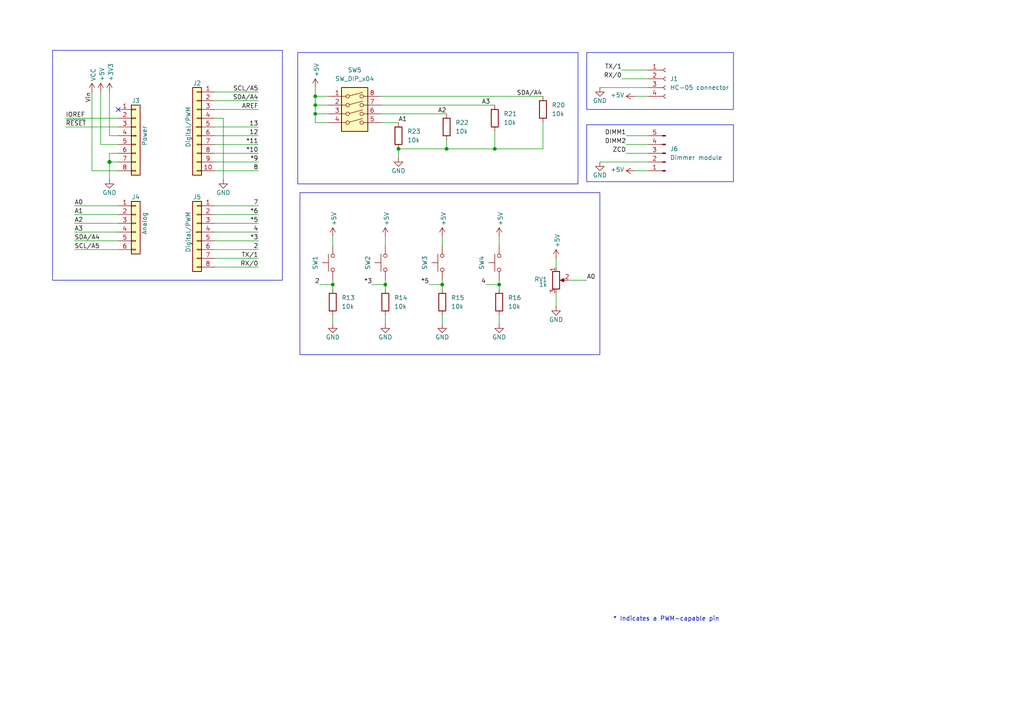
<source format=kicad_sch>
(kicad_sch (version 20250114) (generator "eeschema") (generator_version "9.0")
  (paper "A4")
  (title_block (date "mar. 31 mars 2015"))
  (lib_symbols
    (symbol "Connector:Conn_01x04_Socket" (pin_names (offset 1.016) (hide yes))
      (property "Reference" "J" (at 0 5.08 0))
      (property "Value" "Conn_01x04_Socket" (at 0 -7.62 0))
      (symbol "Conn_01x04_Socket_1_1"
        (polyline (pts (xy -1.27 2.54) (xy -0.508 2.54)) (stroke (width 0.1524)))
        (polyline (pts (xy -1.27 0) (xy -0.508 0)) (stroke (width 0.1524)))
        (polyline (pts (xy -1.27 -2.54) (xy -0.508 -2.54)) (stroke (width 0.1524)))
        (polyline (pts (xy -1.27 -5.08) (xy -0.508 -5.08)) (stroke (width 0.1524)))
        (arc (start 0 2.032) (mid -0.5058 2.54) (end 0 3.048) (stroke (width 0.1524)))
        (arc (start 0 -0.508) (mid -0.5058 0) (end 0 0.508) (stroke (width 0.1524)))
        (arc (start 0 -3.048) (mid -0.5058 -2.54) (end 0 -2.032) (stroke (width 0.1524)))
        (arc (start 0 -5.588) (mid -0.5058 -5.08) (end 0 -4.572) (stroke (width 0.1524)))
        (pin passive line (at -5.08 2.54 0) (length 3.81) (name "Pin_1") (number "1"))
        (pin passive line (at -5.08 0 0) (length 3.81) (name "Pin_2") (number "2"))
        (pin passive line (at -5.08 -2.54 0) (length 3.81) (name "Pin_3") (number "3"))
        (pin passive line (at -5.08 -5.08 0) (length 3.81) (name "Pin_4") (number "4"))
      )
    )
    (symbol "Connector:Conn_01x05_Pin" (pin_names (offset 1.016) (hide yes))
      (property "Reference" "J" (at 0 7.62 0))
      (property "Value" "Conn_01x05_Pin" (at 0 -7.62 0))
      (symbol "Conn_01x05_Pin_1_1"
        (rectangle (start 0.8636 5.207) (end 0 4.953) (stroke (width 0.1524)) (fill (type outline)))
        (rectangle (start 0.8636 2.667) (end 0 2.413) (stroke (width 0.1524)) (fill (type outline)))
        (rectangle (start 0.8636 0.127) (end 0 -0.127) (stroke (width 0.1524)) (fill (type outline)))
        (rectangle (start 0.8636 -2.413) (end 0 -2.667) (stroke (width 0.1524)) (fill (type outline)))
        (rectangle (start 0.8636 -4.953) (end 0 -5.207) (stroke (width 0.1524)) (fill (type outline)))
        (polyline (pts (xy 1.27 5.08) (xy 0.8636 5.08)) (stroke (width 0.1524)))
        (polyline (pts (xy 1.27 2.54) (xy 0.8636 2.54)) (stroke (width 0.1524)))
        (polyline (pts (xy 1.27 0) (xy 0.8636 0)) (stroke (width 0.1524)))
        (polyline (pts (xy 1.27 -2.54) (xy 0.8636 -2.54)) (stroke (width 0.1524)))
        (polyline (pts (xy 1.27 -5.08) (xy 0.8636 -5.08)) (stroke (width 0.1524)))
        (pin passive line (at 5.08 5.08 180) (length 3.81) (name "Pin_1") (number "1"))
        (pin passive line (at 5.08 2.54 180) (length 3.81) (name "Pin_2") (number "2"))
        (pin passive line (at 5.08 0 180) (length 3.81) (name "Pin_3") (number "3"))
        (pin passive line (at 5.08 -2.54 180) (length 3.81) (name "Pin_4") (number "4"))
        (pin passive line (at 5.08 -5.08 180) (length 3.81) (name "Pin_5") (number "5"))
      )
    )
    (symbol "Connector_Generic:Conn_01x06" (pin_names (offset 1.016) (hide yes))
      (property "Reference" "J" (at 0 7.62 0))
      (property "Value" "Conn_01x06" (at 0 -10.16 0))
      (symbol "Conn_01x06_1_1"
        (rectangle (start -1.27 6.35) (end 1.27 -8.89) (stroke (width 0.254)) (fill (type background)))
        (rectangle (start -1.27 5.207) (end 0 4.953) (stroke (width 0.1524)))
        (rectangle (start -1.27 2.667) (end 0 2.413) (stroke (width 0.1524)))
        (rectangle (start -1.27 0.127) (end 0 -0.127) (stroke (width 0.1524)))
        (rectangle (start -1.27 -2.413) (end 0 -2.667) (stroke (width 0.1524)))
        (rectangle (start -1.27 -4.953) (end 0 -5.207) (stroke (width 0.1524)))
        (rectangle (start -1.27 -7.493) (end 0 -7.747) (stroke (width 0.1524)))
        (pin passive line (at -5.08 5.08 0) (length 3.81) (name "Pin_1") (number "1"))
        (pin passive line (at -5.08 2.54 0) (length 3.81) (name "Pin_2") (number "2"))
        (pin passive line (at -5.08 0 0) (length 3.81) (name "Pin_3") (number "3"))
        (pin passive line (at -5.08 -2.54 0) (length 3.81) (name "Pin_4") (number "4"))
        (pin passive line (at -5.08 -5.08 0) (length 3.81) (name "Pin_5") (number "5"))
        (pin passive line (at -5.08 -7.62 0) (length 3.81) (name "Pin_6") (number "6"))
      )
    )
    (symbol "Connector_Generic:Conn_01x08" (pin_names (offset 1.016) (hide yes))
      (property "Reference" "J" (at 0 10.16 0))
      (property "Value" "Conn_01x08" (at 0 -12.7 0))
      (symbol "Conn_01x08_1_1"
        (rectangle (start -1.27 8.89) (end 1.27 -11.43) (stroke (width 0.254)) (fill (type background)))
        (rectangle (start -1.27 7.747) (end 0 7.493) (stroke (width 0.1524)))
        (rectangle (start -1.27 5.207) (end 0 4.953) (stroke (width 0.1524)))
        (rectangle (start -1.27 2.667) (end 0 2.413) (stroke (width 0.1524)))
        (rectangle (start -1.27 0.127) (end 0 -0.127) (stroke (width 0.1524)))
        (rectangle (start -1.27 -2.413) (end 0 -2.667) (stroke (width 0.1524)))
        (rectangle (start -1.27 -4.953) (end 0 -5.207) (stroke (width 0.1524)))
        (rectangle (start -1.27 -7.493) (end 0 -7.747) (stroke (width 0.1524)))
        (rectangle (start -1.27 -10.033) (end 0 -10.287) (stroke (width 0.1524)))
        (pin passive line (at -5.08 7.62 0) (length 3.81) (name "Pin_1") (number "1"))
        (pin passive line (at -5.08 5.08 0) (length 3.81) (name "Pin_2") (number "2"))
        (pin passive line (at -5.08 2.54 0) (length 3.81) (name "Pin_3") (number "3"))
        (pin passive line (at -5.08 0 0) (length 3.81) (name "Pin_4") (number "4"))
        (pin passive line (at -5.08 -2.54 0) (length 3.81) (name "Pin_5") (number "5"))
        (pin passive line (at -5.08 -5.08 0) (length 3.81) (name "Pin_6") (number "6"))
        (pin passive line (at -5.08 -7.62 0) (length 3.81) (name "Pin_7") (number "7"))
        (pin passive line (at -5.08 -10.16 0) (length 3.81) (name "Pin_8") (number "8"))
      )
    )
    (symbol "Connector_Generic:Conn_01x10" (pin_names (offset 1.016) (hide yes))
      (property "Reference" "J" (at 0 12.7 0))
      (property "Value" "Conn_01x10" (at 0 -15.24 0))
      (symbol "Conn_01x10_1_1"
        (rectangle (start -1.27 11.43) (end 1.27 -13.97) (stroke (width 0.254)) (fill (type background)))
        (rectangle (start -1.27 10.287) (end 0 10.033) (stroke (width 0.1524)))
        (rectangle (start -1.27 7.747) (end 0 7.493) (stroke (width 0.1524)))
        (rectangle (start -1.27 5.207) (end 0 4.953) (stroke (width 0.1524)))
        (rectangle (start -1.27 2.667) (end 0 2.413) (stroke (width 0.1524)))
        (rectangle (start -1.27 0.127) (end 0 -0.127) (stroke (width 0.1524)))
        (rectangle (start -1.27 -2.413) (end 0 -2.667) (stroke (width 0.1524)))
        (rectangle (start -1.27 -4.953) (end 0 -5.207) (stroke (width 0.1524)))
        (rectangle (start -1.27 -7.493) (end 0 -7.747) (stroke (width 0.1524)))
        (rectangle (start -1.27 -10.033) (end 0 -10.287) (stroke (width 0.1524)))
        (rectangle (start -1.27 -12.573) (end 0 -12.827) (stroke (width 0.1524)))
        (pin passive line (at -5.08 10.16 0) (length 3.81) (name "Pin_1") (number "1"))
        (pin passive line (at -5.08 7.62 0) (length 3.81) (name "Pin_2") (number "2"))
        (pin passive line (at -5.08 5.08 0) (length 3.81) (name "Pin_3") (number "3"))
        (pin passive line (at -5.08 2.54 0) (length 3.81) (name "Pin_4") (number "4"))
        (pin passive line (at -5.08 0 0) (length 3.81) (name "Pin_5") (number "5"))
        (pin passive line (at -5.08 -2.54 0) (length 3.81) (name "Pin_6") (number "6"))
        (pin passive line (at -5.08 -5.08 0) (length 3.81) (name "Pin_7") (number "7"))
        (pin passive line (at -5.08 -7.62 0) (length 3.81) (name "Pin_8") (number "8"))
        (pin passive line (at -5.08 -10.16 0) (length 3.81) (name "Pin_9") (number "9"))
        (pin passive line (at -5.08 -12.7 0) (length 3.81) (name "Pin_10") (number "10"))
      )
    )
    (symbol "Device:R" (pin_numbers (hide yes)) (pin_names (offset 0))
      (property "Reference" "R" (at 2.032 0 90))
      (property "Value" "R" (at 0 0 90))
      (symbol "R_0_1"
        (rectangle (start -1.016 -2.54) (end 1.016 2.54) (stroke (width 0.254)))
      )
      (symbol "R_1_1"
        (pin passive line (at 0 3.81 270) (length 1.27) (name "~") (number "1"))
        (pin passive line (at 0 -3.81 90) (length 1.27) (name "~") (number "2"))
      )
    )
    (symbol "Device:R_Potentiometer" (pin_names (offset 1.016) (hide yes))
      (property "Reference" "RV" (at -4.445 0 90))
      (property "Value" "R_Potentiometer" (at -2.54 0 90))
      (symbol "R_Potentiometer_0_1"
        (rectangle (start 1.016 2.54) (end -1.016 -2.54) (stroke (width 0.254)))
        (polyline (pts (xy 1.143 0) (xy 2.286 0.508) (xy 2.286 -0.508) (xy 1.143 0)) (fill (type outline)))
        (polyline (pts (xy 2.54 0) (xy 1.524 0)))
      )
      (symbol "R_Potentiometer_1_1"
        (pin passive line (at 0 3.81 270) (length 1.27) (name "1") (number "1"))
        (pin passive line (at 0 -3.81 90) (length 1.27) (name "3") (number "3"))
        (pin passive line (at 3.81 0 180) (length 1.27) (name "2") (number "2"))
      )
    )
    (symbol "Switch:SW_DIP_x04" (pin_names (offset 0) (hide yes))
      (property "Reference" "SW" (at 0 8.89 0))
      (property "Value" "SW_DIP_x04" (at 0 -6.35 0))
      (symbol "SW_DIP_x04_0_0"
        (circle (center -2.032 5.08) (radius 0.508))
        (circle (center -2.032 2.54) (radius 0.508))
        (circle (center -2.032 0) (radius 0.508))
        (circle (center -2.032 -2.54) (radius 0.508))
        (polyline (pts (xy -1.524 5.207) (xy 2.3622 6.2484)))
        (polyline (pts (xy -1.524 2.667) (xy 2.3622 3.7084)))
        (polyline (pts (xy -1.524 0.127) (xy 2.3622 1.1684)))
        (polyline (pts (xy -1.524 -2.3876) (xy 2.3622 -1.3462)))
        (circle (center 2.032 5.08) (radius 0.508))
        (circle (center 2.032 2.54) (radius 0.508))
        (circle (center 2.032 0) (radius 0.508))
        (circle (center 2.032 -2.54) (radius 0.508))
      )
      (symbol "SW_DIP_x04_0_1"
        (rectangle (start -3.81 7.62) (end 3.81 -5.08) (stroke (width 0.254)) (fill (type background)))
      )
      (symbol "SW_DIP_x04_1_1"
        (pin passive line (at -7.62 5.08 0) (length 5.08) (name "~") (number "1"))
        (pin passive line (at -7.62 2.54 0) (length 5.08) (name "~") (number "2"))
        (pin passive line (at -7.62 0 0) (length 5.08) (name "~") (number "3"))
        (pin passive line (at -7.62 -2.54 0) (length 5.08) (name "~") (number "4"))
        (pin passive line (at 7.62 5.08 180) (length 5.08) (name "~") (number "8"))
        (pin passive line (at 7.62 2.54 180) (length 5.08) (name "~") (number "7"))
        (pin passive line (at 7.62 0 180) (length 5.08) (name "~") (number "6"))
        (pin passive line (at 7.62 -2.54 180) (length 5.08) (name "~") (number "5"))
      )
    )
    (symbol "Switch:SW_Push" (pin_numbers (hide yes)) (pin_names (offset 1.016) (hide yes))
      (property "Reference" "SW" (at 1.27 2.54 0))
      (property "Value" "SW_Push" (at 0 -1.524 0))
      (symbol "SW_Push_0_1"
        (circle (center -2.032 0) (radius 0.508))
        (polyline (pts (xy 0 1.27) (xy 0 3.048)))
        (circle (center 2.032 0) (radius 0.508))
        (polyline (pts (xy 2.54 1.27) (xy -2.54 1.27)))
        (pin passive line (at -5.08 0 0) (length 2.54) (name "1") (number "1"))
        (pin passive line (at 5.08 0 180) (length 2.54) (name "2") (number "2"))
      )
    )
    (symbol "power:+3V3" (power) (pin_numbers (hide yes)) (pin_names (offset 0) (hide yes))
      (property "Value" "+3V3" (at 0 3.556 0))
      (symbol "+3V3_0_1"
        (polyline (pts (xy -0.762 1.27) (xy 0 2.54)))
        (polyline (pts (xy 0 2.54) (xy 0.762 1.27)))
        (polyline (pts (xy 0 0) (xy 0 2.54)))
      )
      (symbol "+3V3_1_1"
        (pin power_in line (at 0 0 90) (length 0) (name "~") (number "1"))
      )
    )
    (symbol "power:+5V" (power) (pin_numbers (hide yes)) (pin_names (offset 0) (hide yes))
      (property "Value" "+5V" (at 0 3.556 0))
      (symbol "+5V_0_1"
        (polyline (pts (xy -0.762 1.27) (xy 0 2.54)))
        (polyline (pts (xy 0 2.54) (xy 0.762 1.27)))
        (polyline (pts (xy 0 0) (xy 0 2.54)))
      )
      (symbol "+5V_1_1"
        (pin power_in line (at 0 0 90) (length 0) (name "~") (number "1"))
      )
    )
    (symbol "power:GND" (power) (pin_numbers (hide yes)) (pin_names (offset 0) (hide yes))
      (property "Value" "GND" (at 0 -3.81 0))
      (symbol "GND_0_1"
        (polyline (pts (xy 0 0) (xy 0 -1.27) (xy 1.27 -1.27) (xy 0 -2.54) (xy -1.27 -1.27) (xy 0 -1.27)))
      )
      (symbol "GND_1_1"
        (pin power_in line (at 0 0 270) (length 0) (name "~") (number "1"))
      )
    )
    (symbol "power:VCC" (power) (pin_numbers (hide yes)) (pin_names (offset 0) (hide yes))
      (property "Value" "VCC" (at 0 3.556 0))
      (symbol "VCC_0_1"
        (polyline (pts (xy -0.762 1.27) (xy 0 2.54)))
        (polyline (pts (xy 0 2.54) (xy 0.762 1.27)))
        (polyline (pts (xy 0 0) (xy 0 2.54)))
      )
      (symbol "VCC_1_1"
        (pin power_in line (at 0 0 90) (length 0) (name "~") (number "1"))
      )
    )
  )
  (rectangle (start 170.18 36.195) (end 212.725 52.705))
  (rectangle (start 15.24 14.605) (end 81.915 81.28))
  (rectangle (start 86.995 55.88) (end 173.99 102.87))
  (rectangle (start 170.18 15.24) (end 212.725 31.75))
  (rectangle (start 86.36 15.24) (end 167.64 53.34))
  (text "* Indicates a PWM-capable pin" (at 177.8 180.34 0) (effects (font (size 1.27 1.27)) (justify left bottom)))
  (junction (at 144.78 82.55))
  (junction (at 143.51 43.18))
  (junction (at 96.52 82.55))
  (junction (at 31.75 46.99) (diameter 1.016))
  (junction (at 91.44 30.48))
  (junction (at 129.54 43.18))
  (junction (at 91.44 33.02))
  (junction (at 111.76 82.55))
  (junction (at 91.44 27.94))
  (junction (at 115.57 43.18))
  (junction (at 128.27 82.55))
  (no_connect (at 34.29 31.75))
  (wire (pts (xy 62.23 77.47) (xy 74.93 77.47)))
  (wire (pts (xy 144.78 91.44) (xy 144.78 93.98)))
  (wire (pts (xy 91.44 35.56) (xy 91.44 33.02)))
  (wire (pts (xy 62.23 44.45) (xy 74.93 44.45)))
  (wire (pts (xy 95.25 27.94) (xy 91.44 27.94)))
  (wire (pts (xy 62.23 26.67) (xy 74.93 26.67)))
  (wire (pts (xy 110.49 35.56) (xy 115.57 35.56)))
  (wire (pts (xy 110.49 33.02) (xy 129.54 33.02)))
  (wire (pts (xy 31.75 44.45) (xy 31.75 46.99)))
  (wire (pts (xy 21.59 72.39) (xy 34.29 72.39)))
  (wire (pts (xy 107.95 82.55) (xy 111.76 82.55)))
  (wire (pts (xy 128.27 82.55) (xy 128.27 83.82)))
  (wire (pts (xy 128.27 91.44) (xy 128.27 93.98)))
  (wire (pts (xy 31.75 46.99) (xy 31.75 52.07)))
  (wire (pts (xy 31.75 39.37) (xy 34.29 39.37)))
  (wire (pts (xy 29.21 41.91) (xy 34.29 41.91)))
  (wire (pts (xy 29.21 26.67) (xy 29.21 41.91)))
  (wire (pts (xy 96.52 82.55) (xy 96.52 83.82)))
  (wire (pts (xy 129.54 43.18) (xy 143.51 43.18)))
  (wire (pts (xy 91.44 27.94) (xy 91.44 25.4)))
  (wire (pts (xy 62.23 36.83) (xy 74.93 36.83)))
  (wire (pts (xy 31.75 26.67) (xy 31.75 39.37)))
  (wire (pts (xy 62.23 59.69) (xy 74.93 59.69)))
  (wire (pts (xy 34.29 59.69) (xy 21.59 59.69)))
  (wire (pts (xy 62.23 39.37) (xy 74.93 39.37)))
  (wire (pts (xy 129.54 40.64) (xy 129.54 43.18)))
  (wire (pts (xy 62.23 62.23) (xy 74.93 62.23)))
  (wire (pts (xy 115.57 43.18) (xy 115.57 45.72)))
  (wire (pts (xy 92.71 82.55) (xy 96.52 82.55)))
  (wire (pts (xy 96.52 91.44) (xy 96.52 93.98)))
  (wire (pts (xy 95.25 30.48) (xy 91.44 30.48)))
  (wire (pts (xy 111.76 68.58) (xy 111.76 71.12)))
  (wire (pts (xy 96.52 68.58) (xy 96.52 71.12)))
  (wire (pts (xy 157.48 43.18) (xy 157.48 35.56)))
  (wire (pts (xy 173.99 25.4) (xy 187.96 25.4)))
  (wire (pts (xy 128.27 81.28) (xy 128.27 82.55)))
  (wire (pts (xy 62.23 46.99) (xy 74.93 46.99)))
  (wire (pts (xy 140.97 82.55) (xy 144.78 82.55)))
  (wire (pts (xy 110.49 27.94) (xy 157.48 27.94)))
  (wire (pts (xy 95.25 33.02) (xy 91.44 33.02)))
  (wire (pts (xy 62.23 67.31) (xy 74.93 67.31)))
  (wire (pts (xy 181.61 39.37) (xy 187.96 39.37)))
  (wire (pts (xy 144.78 81.28) (xy 144.78 82.55)))
  (wire (pts (xy 19.05 34.29) (xy 34.29 34.29)))
  (wire (pts (xy 124.46 82.55) (xy 128.27 82.55)))
  (wire (pts (xy 161.29 74.93) (xy 161.29 77.47)))
  (wire (pts (xy 64.77 34.29) (xy 64.77 52.07)))
  (wire (pts (xy 144.78 68.58) (xy 144.78 71.12)))
  (wire (pts (xy 62.23 31.75) (xy 74.93 31.75)))
  (wire (pts (xy 184.15 49.53) (xy 187.96 49.53)))
  (wire (pts (xy 34.29 64.77) (xy 21.59 64.77)))
  (wire (pts (xy 19.05 36.83) (xy 34.29 36.83)))
  (wire (pts (xy 34.29 46.99) (xy 31.75 46.99)))
  (wire (pts (xy 180.34 22.86) (xy 187.96 22.86)))
  (wire (pts (xy 91.44 33.02) (xy 91.44 30.48)))
  (wire (pts (xy 34.29 49.53) (xy 26.67 49.53)))
  (wire (pts (xy 143.51 43.18) (xy 157.48 43.18)))
  (wire (pts (xy 128.27 68.58) (xy 128.27 71.12)))
  (wire (pts (xy 21.59 62.23) (xy 34.29 62.23)))
  (wire (pts (xy 96.52 81.28) (xy 96.52 82.55)))
  (wire (pts (xy 181.61 41.91) (xy 187.96 41.91)))
  (wire (pts (xy 180.34 20.32) (xy 187.96 20.32)))
  (wire (pts (xy 181.61 44.45) (xy 187.96 44.45)))
  (wire (pts (xy 62.23 34.29) (xy 64.77 34.29)))
  (wire (pts (xy 91.44 30.48) (xy 91.44 27.94)))
  (wire (pts (xy 34.29 44.45) (xy 31.75 44.45)))
  (wire (pts (xy 144.78 82.55) (xy 144.78 83.82)))
  (wire (pts (xy 111.76 81.28) (xy 111.76 82.55)))
  (wire (pts (xy 62.23 41.91) (xy 74.93 41.91)))
  (wire (pts (xy 184.15 27.94) (xy 187.96 27.94)))
  (wire (pts (xy 95.25 35.56) (xy 91.44 35.56)))
  (wire (pts (xy 62.23 64.77) (xy 74.93 64.77)))
  (wire (pts (xy 115.57 43.18) (xy 129.54 43.18)))
  (wire (pts (xy 21.59 67.31) (xy 34.29 67.31)))
  (wire (pts (xy 110.49 30.48) (xy 143.51 30.48)))
  (wire (pts (xy 165.1 81.28) (xy 170.18 81.28)))
  (wire (pts (xy 62.23 29.21) (xy 74.93 29.21)))
  (wire (pts (xy 173.99 46.99) (xy 187.96 46.99)))
  (wire (pts (xy 62.23 72.39) (xy 74.93 72.39)))
  (wire (pts (xy 62.23 69.85) (xy 74.93 69.85)))
  (wire (pts (xy 143.51 38.1) (xy 143.51 43.18)))
  (wire (pts (xy 111.76 91.44) (xy 111.76 93.98)))
  (wire (pts (xy 111.76 82.55) (xy 111.76 83.82)))
  (wire (pts (xy 62.23 74.93) (xy 74.93 74.93)))
  (wire (pts (xy 26.67 49.53) (xy 26.67 26.67)))
  (wire (pts (xy 161.29 85.09) (xy 161.29 88.9)))
  (wire (pts (xy 34.29 69.85) (xy 21.59 69.85)))
  (wire (pts (xy 62.23 49.53) (xy 74.93 49.53)))
  (label "A1" (at 115.57 35.56 0))
  (label "RX{slash}0" (at 74.93 77.47 180))
  (label "A2" (at 21.59 64.77 0))
  (label "4" (at 74.93 67.31 180))
  (label "ZCD" (at 181.61 44.45 180))
  (label "2" (at 74.93 72.39 180))
  (label "A2" (at 127 33.02 0))
  (label "A3" (at 21.59 67.31 0))
  (label "TX{slash}1" (at 180.34 20.32 180))
  (label "13" (at 74.93 36.83 180))
  (label "A0" (at 170.18 81.28 0))
  (label "12" (at 74.93 39.37 180))
  (label "~{RESET}" (at 19.05 36.83 0))
  (label "*10" (at 74.93 44.45 180))
  (label "RX{slash}0" (at 180.34 22.86 180))
  (label "DIMM2" (at 181.61 41.91 180))
  (label "4" (at 140.97 82.55 180))
  (label "7" (at 74.93 59.69 180))
  (label "SDA{slash}A4" (at 74.93 29.21 180))
  (label "8" (at 74.93 49.53 180))
  (label "*11" (at 74.93 41.91 180))
  (label "*3" (at 74.93 69.85 180))
  (label "*5" (at 124.46 82.55 180))
  (label "A1" (at 21.59 62.23 0))
  (label "TX{slash}1" (at 74.93 74.93 180))
  (label "A3" (at 139.7 30.48 0))
  (label "SDA{slash}A4" (at 149.86 27.94 0))
  (label "A0" (at 21.59 59.69 0))
  (label "AREF" (at 74.93 31.75 180))
  (label "Vin" (at 26.67 26.67 270))
  (label "*6" (at 74.93 62.23 180))
  (label "SCL{slash}A5" (at 74.93 26.67 180))
  (label "*9" (at 74.93 46.99 180))
  (label "2" (at 92.71 82.55 180))
  (label "*5" (at 74.93 64.77 180))
  (label "IOREF" (at 19.05 34.29 0))
  (label "SDA{slash}A4" (at 21.59 69.85 0))
  (label "SCL{slash}A5" (at 21.59 72.39 0))
  (label "*3" (at 107.95 82.55 180))
  (label "DIMM1" (at 181.61 39.37 180))
  (symbol (lib_id "Connector_Generic:Conn_01x08") (at 39.37 39.37 0) (unit 1)
    (property "Reference" "J3" (at 39.37 29.21 0))
    (property "Value" "Power" (at 41.91 39.37 90))
    (property "Footprint" "Connector_PinSocket_2.54mm:PinSocket_1x08_P2.54mm_Vertical" (effects (hide yes)))
    (property "Datasheet" "~" (at 39.37 39.37 0))
    (property "Description" "Generic connector, single row, 01x08, script generated (kicad-library-utils/schlib/autogen/connector/)" (effects (hide yes)))
  )
  (symbol (lib_id "power:+3V3") (at 31.75 26.67 0) (unit 1)
    (property "Reference" "#PWR04" (effects (hide yes)))
    (property "Value" "+3V3" (at 32.131 23.622 90) (effects (justify left)))
    (property "Description" "Power symbol creates a global label with name \"+3V3\"" (effects (hide yes)))
  )
  (symbol (lib_id "power:+5V") (at 29.21 26.67 0) (unit 1)
    (property "Reference" "#PWR03" (effects (hide yes)))
    (property "Value" "+5V" (at 29.5656 23.622 90) (effects (justify left)))
    (property "Description" "Power symbol creates a global label with name \"+5V\"" (effects (hide yes)))
  )
  (symbol (lib_id "power:GND") (at 31.75 52.07 0) (unit 1)
    (property "Reference" "#PWR05" (effects (hide yes)))
    (property "Value" "GND" (at 31.75 55.88 0))
    (property "Description" "Power symbol creates a global label with name \"GND\" , ground" (effects (hide yes)))
  )
  (symbol (lib_id "Connector_Generic:Conn_01x10") (at 57.15 36.83 0) (mirror y) (unit 1)
    (property "Reference" "J2" (at 57.15 24.13 0))
    (property "Value" "Digital/PWM" (at 54.61 36.83 90))
    (property "Footprint" "Connector_PinSocket_2.54mm:PinSocket_1x10_P2.54mm_Vertical" (effects (hide yes)))
    (property "Datasheet" "~" (at 57.15 36.83 0))
    (property "Description" "Generic connector, single row, 01x10, script generated (kicad-library-utils/schlib/autogen/connector/)" (effects (hide yes)))
  )
  (symbol (lib_id "power:GND") (at 64.77 52.07 0) (unit 1)
    (property "Reference" "#PWR06" (effects (hide yes)))
    (property "Value" "GND" (at 64.77 55.88 0))
    (property "Description" "Power symbol creates a global label with name \"GND\" , ground" (effects (hide yes)))
  )
  (symbol (lib_id "Connector_Generic:Conn_01x06") (at 39.37 64.77 0) (unit 1)
    (property "Reference" "J4" (at 39.37 57.15 0))
    (property "Value" "Analog" (at 41.91 64.77 90))
    (property "Footprint" "Connector_PinSocket_2.54mm:PinSocket_1x06_P2.54mm_Vertical" (effects (hide yes)))
    (property "Description" "Generic connector, single row, 01x06, script generated (kicad-library-utils/schlib/autogen/connector/)" (effects (hide yes)))
  )
  (symbol (lib_id "Connector_Generic:Conn_01x08") (at 57.15 67.31 0) (mirror y) (unit 1)
    (property "Reference" "J5" (at 57.15 57.15 0))
    (property "Value" "Digital/PWM" (at 54.61 67.31 90))
    (property "Footprint" "Connector_PinSocket_2.54mm:PinSocket_1x08_P2.54mm_Vertical" (effects (hide yes)))
    (property "Datasheet" "~" (at 57.15 67.31 0))
    (property "Description" "Generic connector, single row, 01x08, script generated (kicad-library-utils/schlib/autogen/connector/)" (effects (hide yes)))
  )
  (symbol (lib_id "power:GND") (at 173.99 46.99 0) (unit 1)
    (property "Reference" "#PWR08" (effects (hide yes)))
    (property "Value" "GND" (at 173.99 50.8 0))
    (property "Description" "Power symbol creates a global label with name \"GND\" , ground" (effects (hide yes)))
  )
  (symbol (lib_id "Switch:SW_Push") (at 96.52 76.2 90) (unit 1)
    (property "Reference" "SW1" (at 91.44 76.2 0))
    (property "Value" "SW_Push" (effects (hide yes)))
    (property "Footprint" "Button_Switch_THT:SW_PUSH_6mm" (effects (hide yes)))
    (property "Description" "Push button switch, generic, two pins" (effects (hide yes)))
  )
  (symbol (lib_id "power:GND") (at 173.99 25.4 0) (unit 1)
    (property "Reference" "#PWR07" (effects (hide yes)))
    (property "Value" "GND" (at 173.99 29.21 0))
    (property "Description" "Power symbol creates a global label with name \"GND\" , ground" (effects (hide yes)))
  )
  (symbol (lib_id "power:+5V") (at 184.15 49.53 90) (unit 1)
    (property "Reference" "#PWR014" (effects (hide yes)))
    (property "Value" "+5V" (at 181.102 49.1744 90) (effects (justify left)))
    (property "Description" "Power symbol creates a global label with name \"+5V\"" (effects (hide yes)))
  )
  (symbol (lib_id "power:GND") (at 161.29 88.9 0) (unit 1)
    (property "Reference" "#PWR015" (effects (hide yes)))
    (property "Value" "GND" (at 161.29 92.71 0))
    (property "Description" "Power symbol creates a global label with name \"GND\" , ground" (effects (hide yes)))
  )
  (symbol (lib_id "Device:R") (at 115.57 39.37 0) (unit 1)
    (property "Reference" "R23" (at 118.11 38.0999 0) (effects (justify left)))
    (property "Value" "10k" (at 118.11 40.6399 0) (effects (justify left)))
    (property "Footprint" "Resistor_THT:R_Axial_DIN0207_L6.3mm_D2.5mm_P7.62mm_Horizontal" (effects (hide yes)))
    (property "Description" "Resistor" (effects (hide yes)))
  )
  (symbol (lib_id "Device:R") (at 96.52 87.63 0) (unit 1)
    (property "Reference" "R13" (at 99.06 86.3599 0) (effects (justify left)))
    (property "Value" "10k" (at 99.06 88.8999 0) (effects (justify left)))
    (property "Footprint" "Resistor_THT:R_Axial_DIN0207_L6.3mm_D2.5mm_P7.62mm_Horizontal" (effects (hide yes)))
    (property "Description" "Resistor" (effects (hide yes)))
  )
  (symbol (lib_id "Device:R_Potentiometer") (at 161.29 81.28 0) (unit 1)
    (property "Reference" "RV1" (at 158.75 81.026 0) (effects (justify right)))
    (property "Value" "1k" (at 158.75 82.5499 0) (effects (justify right)))
    (property "Footprint" "Potentiometer_THT:Potentiometer_Alps_RK163_Single_Horizontal" (effects (hide yes)))
    (property "Description" "Potentiometer" (effects (hide yes)))
  )
  (symbol (lib_id "Device:R") (at 111.76 87.63 0) (unit 1)
    (property "Reference" "R14" (at 114.3 86.3599 0) (effects (justify left)))
    (property "Value" "10k" (at 114.3 88.8999 0) (effects (justify left)))
    (property "Footprint" "Resistor_THT:R_Axial_DIN0207_L6.3mm_D2.5mm_P7.62mm_Horizontal" (effects (hide yes)))
    (property "Description" "Resistor" (effects (hide yes)))
  )
  (symbol (lib_id "Device:R") (at 129.54 36.83 0) (unit 1)
    (property "Reference" "R22" (at 132.08 35.5599 0) (effects (justify left)))
    (property "Value" "10k" (at 132.08 38.0999 0) (effects (justify left)))
    (property "Footprint" "Resistor_THT:R_Axial_DIN0207_L6.3mm_D2.5mm_P7.62mm_Horizontal" (effects (hide yes)))
    (property "Description" "Resistor" (effects (hide yes)))
  )
  (symbol (lib_id "power:VCC") (at 26.67 26.67 0) (unit 1)
    (property "Reference" "#PWR02" (effects (hide yes)))
    (property "Value" "VCC" (at 27.051 23.622 90) (effects (justify left)))
    (property "Description" "Power symbol creates a global label with name \"VCC\"" (effects (hide yes)))
  )
  (symbol (lib_id "Device:R") (at 128.27 87.63 0) (unit 1)
    (property "Reference" "R15" (at 130.81 86.3599 0) (effects (justify left)))
    (property "Value" "10k" (at 130.81 88.8999 0) (effects (justify left)))
    (property "Footprint" "Resistor_THT:R_Axial_DIN0207_L6.3mm_D2.5mm_P7.62mm_Horizontal" (effects (hide yes)))
    (property "Description" "Resistor" (effects (hide yes)))
  )
  (symbol (lib_id "Switch:SW_Push") (at 144.78 76.2 90) (unit 1)
    (property "Reference" "SW4" (at 139.7 76.2 0))
    (property "Value" "SW_Push" (effects (hide yes)))
    (property "Footprint" "Button_Switch_THT:SW_PUSH_6mm" (effects (hide yes)))
    (property "Description" "Push button switch, generic, two pins" (effects (hide yes)))
  )
  (symbol (lib_id "power:GND") (at 96.52 93.98 0) (unit 1)
    (property "Reference" "#PWR016" (effects (hide yes)))
    (property "Value" "GND" (at 96.52 97.79 0))
    (property "Description" "Power symbol creates a global label with name \"GND\" , ground" (effects (hide yes)))
  )
  (symbol (lib_id "power:+5V") (at 96.52 68.58 0) (unit 1)
    (property "Reference" "#PWR09" (effects (hide yes)))
    (property "Value" "+5V" (at 96.8756 65.532 90) (effects (justify left)))
    (property "Description" "Power symbol creates a global label with name \"+5V\"" (effects (hide yes)))
  )
  (symbol (lib_id "power:GND") (at 115.57 45.72 0) (unit 1)
    (property "Reference" "#PWR023" (effects (hide yes)))
    (property "Value" "GND" (at 115.57 49.53 0))
    (property "Description" "Power symbol creates a global label with name \"GND\" , ground" (effects (hide yes)))
  )
  (symbol (lib_id "Switch:SW_Push") (at 128.27 76.2 90) (unit 1)
    (property "Reference" "SW3" (at 123.19 76.2 0))
    (property "Value" "SW_Push" (effects (hide yes)))
    (property "Footprint" "Button_Switch_THT:SW_PUSH_6mm" (effects (hide yes)))
    (property "Description" "Push button switch, generic, two pins" (effects (hide yes)))
  )
  (symbol (lib_id "power:+5V") (at 111.76 68.58 0) (unit 1)
    (property "Reference" "#PWR010" (effects (hide yes)))
    (property "Value" "+5V" (at 112.1156 65.532 90) (effects (justify left)))
    (property "Description" "Power symbol creates a global label with name \"+5V\"" (effects (hide yes)))
  )
  (symbol (lib_id "Switch:SW_DIP_x04") (at 102.87 33.02 0) (unit 1)
    (property "Reference" "SW5" (at 102.87 20.32 0))
    (property "Value" "SW_DIP_x04" (at 102.87 22.86 0))
    (property "Footprint" "Button_Switch_THT:SW_DIP_SPSTx04_Slide_9.78x12.34mm_W7.62mm_P2.54mm" (effects (hide yes)))
    (property "Description" "4x DIP Switch, Single Pole Single Throw (SPST) switch, small symbol" (effects (hide yes)))
  )
  (symbol (lib_id "power:GND") (at 111.76 93.98 0) (unit 1)
    (property "Reference" "#PWR017" (effects (hide yes)))
    (property "Value" "GND" (at 111.76 97.79 0))
    (property "Description" "Power symbol creates a global label with name \"GND\" , ground" (effects (hide yes)))
  )
  (symbol (lib_id "power:GND") (at 128.27 93.98 0) (unit 1)
    (property "Reference" "#PWR018" (effects (hide yes)))
    (property "Value" "GND" (at 128.27 97.79 0))
    (property "Description" "Power symbol creates a global label with name \"GND\" , ground" (effects (hide yes)))
  )
  (symbol (lib_id "Connector:Conn_01x04_Socket") (at 193.04 22.86 0) (unit 1)
    (property "Reference" "J1" (at 194.31 22.8599 0) (effects (justify left)))
    (property "Value" "HC-05 connector" (at 194.31 25.3999 0) (effects (justify left)))
    (property "Footprint" "Connector_PinSocket_2.54mm:PinSocket_1x04_P2.54mm_Horizontal" (effects (hide yes)))
    (property "Description" "Generic connector, single row, 01x04, script generated" (effects (hide yes)))
  )
  (symbol (lib_id "power:+5V") (at 91.44 25.4 0) (unit 1)
    (property "Reference" "#PWR021" (effects (hide yes)))
    (property "Value" "+5V" (at 91.7956 22.352 90) (effects (justify left)))
    (property "Description" "Power symbol creates a global label with name \"+5V\"" (effects (hide yes)))
  )
  (symbol (lib_id "power:+5V") (at 128.27 68.58 0) (unit 1)
    (property "Reference" "#PWR011" (effects (hide yes)))
    (property "Value" "+5V" (at 128.6256 65.532 90) (effects (justify left)))
    (property "Description" "Power symbol creates a global label with name \"+5V\"" (effects (hide yes)))
  )
  (symbol (lib_id "Connector:Conn_01x05_Pin") (at 193.04 44.45 180) (unit 1)
    (property "Reference" "J6" (at 194.31 43.1799 0) (effects (justify right)))
    (property "Value" "Dimmer module" (at 194.31 45.7199 0) (effects (justify right)))
    (property "Footprint" "Connector_PinHeader_2.54mm:PinHeader_1x05_P2.54mm_Vertical" (effects (hide yes)))
    (property "Description" "Generic connector, single row, 01x05, script generated" (effects (hide yes)))
  )
  (symbol (lib_id "power:+5V") (at 144.78 68.58 0) (unit 1)
    (property "Reference" "#PWR012" (effects (hide yes)))
    (property "Value" "+5V" (at 145.1356 65.532 90) (effects (justify left)))
    (property "Description" "Power symbol creates a global label with name \"+5V\"" (effects (hide yes)))
  )
  (symbol (lib_id "Device:R") (at 157.48 31.75 0) (unit 1)
    (property "Reference" "R20" (at 160.02 30.4799 0) (effects (justify left)))
    (property "Value" "10k" (at 160.02 33.0199 0) (effects (justify left)))
    (property "Footprint" "Resistor_THT:R_Axial_DIN0207_L6.3mm_D2.5mm_P7.62mm_Horizontal" (effects (hide yes)))
    (property "Description" "Resistor" (effects (hide yes)))
  )
  (symbol (lib_id "power:GND") (at 144.78 93.98 0) (unit 1)
    (property "Reference" "#PWR019" (effects (hide yes)))
    (property "Value" "GND" (at 144.78 97.79 0))
    (property "Description" "Power symbol creates a global label with name \"GND\" , ground" (effects (hide yes)))
  )
  (symbol (lib_id "Switch:SW_Push") (at 111.76 76.2 90) (unit 1)
    (property "Reference" "SW2" (at 106.68 76.2 0))
    (property "Value" "SW_Push" (effects (hide yes)))
    (property "Footprint" "Button_Switch_THT:SW_PUSH_6mm" (effects (hide yes)))
    (property "Description" "Push button switch, generic, two pins" (effects (hide yes)))
  )
  (symbol (lib_id "Device:R") (at 144.78 87.63 0) (unit 1)
    (property "Reference" "R16" (at 147.32 86.3599 0) (effects (justify left)))
    (property "Value" "10k" (at 147.32 88.8999 0) (effects (justify left)))
    (property "Footprint" "Resistor_THT:R_Axial_DIN0207_L6.3mm_D2.5mm_P7.62mm_Horizontal" (effects (hide yes)))
    (property "Description" "Resistor" (effects (hide yes)))
  )
  (symbol (lib_id "power:+5V") (at 161.29 74.93 0) (unit 1)
    (property "Reference" "#PWR013" (effects (hide yes)))
    (property "Value" "+5V" (at 161.6456 71.882 90) (effects (justify left)))
    (property "Description" "Power symbol creates a global label with name \"+5V\"" (effects (hide yes)))
  )
  (symbol (lib_id "power:+5V") (at 184.15 27.94 90) (unit 1)
    (property "Reference" "#PWR01" (effects (hide yes)))
    (property "Value" "+5V" (at 181.102 27.5844 90) (effects (justify left)))
    (property "Description" "Power symbol creates a global label with name \"+5V\"" (effects (hide yes)))
  )
  (symbol (lib_id "Device:R") (at 143.51 34.29 0) (unit 1)
    (property "Reference" "R21" (at 146.05 33.0199 0) (effects (justify left)))
    (property "Value" "10k" (at 146.05 35.5599 0) (effects (justify left)))
    (property "Footprint" "Resistor_THT:R_Axial_DIN0207_L6.3mm_D2.5mm_P7.62mm_Horizontal" (effects (hide yes)))
    (property "Description" "Resistor" (effects (hide yes)))
  )
)
</source>
